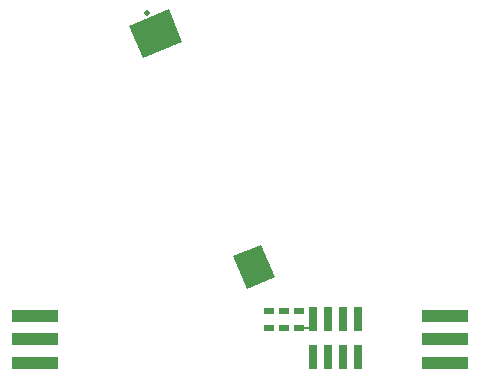
<source format=gbs>
G04 #@! TF.FileFunction,Soldermask,Bot*
%FSLAX46Y46*%
G04 Gerber Fmt 4.6, Leading zero omitted, Abs format (unit mm)*
G04 Created by KiCad (PCBNEW 4.0.0-rc2-stable) date 3/3/2016 3:49:23 PM*
%MOMM*%
G01*
G04 APERTURE LIST*
%ADD10C,0.150000*%
%ADD11R,4.000000X1.000000*%
%ADD12C,0.600000*%
%ADD13C,0.500000*%
%ADD14R,0.760000X2.000000*%
%ADD15R,0.740000X2.000000*%
%ADD16R,0.900000X0.600000*%
%ADD17R,0.900000X0.200000*%
G04 APERTURE END LIST*
D10*
D11*
X83742890Y-50192207D03*
X83742890Y-48192207D03*
X83742890Y-46192207D03*
D12*
X82742890Y-50192207D03*
X82742890Y-48192207D03*
X82742890Y-46192207D03*
D11*
X49020840Y-46192207D03*
X49020840Y-48192207D03*
X49020840Y-50192207D03*
D12*
X50020840Y-46192207D03*
X50020840Y-48192207D03*
X50020840Y-50192207D03*
D10*
G36*
X66929919Y-43932891D02*
X65767342Y-41167314D01*
X68164175Y-40159747D01*
X69326752Y-42925324D01*
X66929919Y-43932891D01*
X66929919Y-43932891D01*
G37*
G36*
X58175942Y-24398871D02*
X57013366Y-21633295D01*
X60332058Y-20238203D01*
X61494634Y-23003779D01*
X58175942Y-24398871D01*
X58175942Y-24398871D01*
G37*
D13*
X58517702Y-20567005D03*
D14*
X72531050Y-49652030D03*
X73801050Y-49652030D03*
X75071050Y-49652030D03*
X76341050Y-49652030D03*
X72531050Y-46452030D03*
X73801050Y-46452030D03*
X75071050Y-46452030D03*
D15*
X76341050Y-46452030D03*
D16*
X71336050Y-45752030D03*
X71336050Y-47252030D03*
X70086050Y-47252030D03*
X70086050Y-45752030D03*
X68836050Y-45752030D03*
X68836050Y-47252030D03*
D17*
X71986050Y-47202030D03*
M02*

</source>
